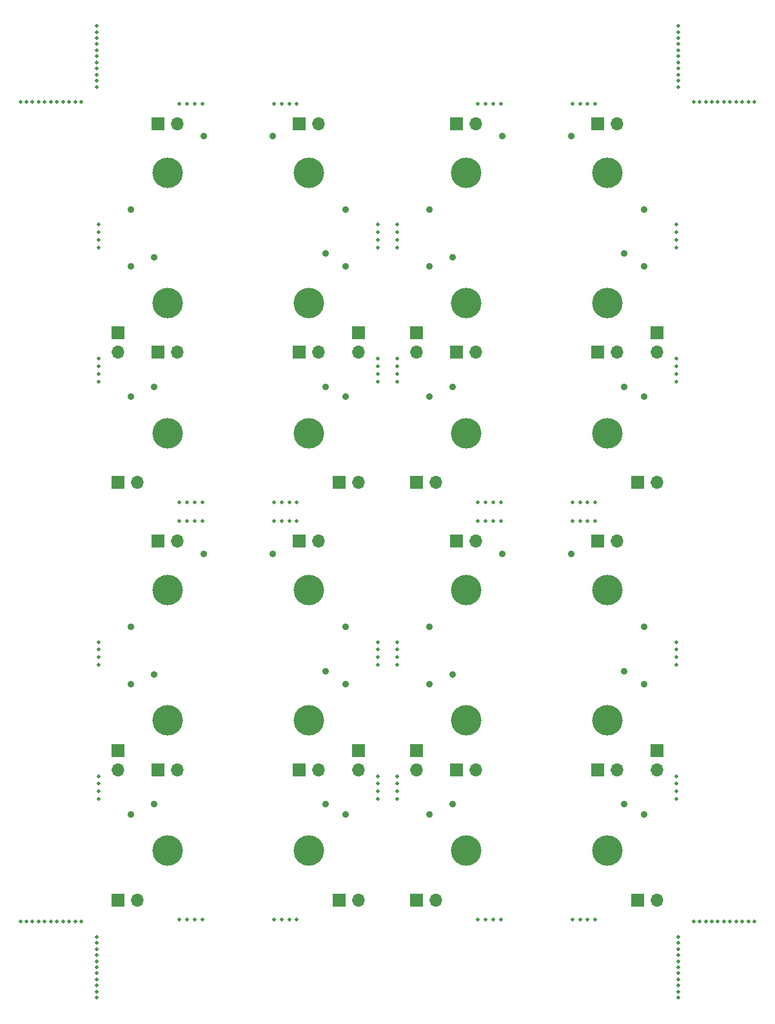
<source format=gbr>
%TF.GenerationSoftware,KiCad,Pcbnew,9.0.1*%
%TF.CreationDate,2025-06-04T09:15:00-05:00*%
%TF.ProjectId,Top_layer_Panel,546f705f-6c61-4796-9572-5f50616e656c,rev?*%
%TF.SameCoordinates,PX5fa74e0PY8cc3280*%
%TF.FileFunction,Soldermask,Top*%
%TF.FilePolarity,Negative*%
%FSLAX46Y46*%
G04 Gerber Fmt 4.6, Leading zero omitted, Abs format (unit mm)*
G04 Created by KiCad (PCBNEW 9.0.1) date 2025-06-04 09:15:00*
%MOMM*%
%LPD*%
G01*
G04 APERTURE LIST*
%ADD10C,0.500000*%
%ADD11C,4.000000*%
%ADD12C,0.900000*%
%ADD13R,1.700000X1.700000*%
%ADD14O,1.700000X1.700000*%
G04 APERTURE END LIST*
D10*
%TO.C,KiKit_MB_38_10*%
X7200000Y10000000D03*
%TD*%
%TO.C,KiKit_MB_3_3*%
X46950000Y99500000D03*
%TD*%
%TO.C,KiKit_MB_34_7*%
X86400000Y122800000D03*
%TD*%
%TO.C,KiKit_MB_1_4*%
X10250000Y101500000D03*
%TD*%
%TO.C,KiKit_MB_16_4*%
X72500000Y65050000D03*
%TD*%
%TO.C,KiKit_MB_6_1*%
X33300000Y117350000D03*
%TD*%
%TO.C,KiKit_MB_40_7*%
X93200000Y10000000D03*
%TD*%
%TO.C,KiKit_MB_25_1*%
X49450000Y43700000D03*
%TD*%
%TO.C,KiKit_MB_30_4*%
X75500000Y62550000D03*
%TD*%
%TO.C,KiKit_MB_7_4*%
X20900000Y65050000D03*
%TD*%
%TO.C,KiKit_MB_33_1*%
X10000000Y127600000D03*
%TD*%
%TO.C,KiKit_MB_11_3*%
X86150000Y99500000D03*
%TD*%
%TO.C,KiKit_MB_36_10*%
X86400000Y800000D03*
%TD*%
%TO.C,KiKit_MB_40_11*%
X96400000Y10000000D03*
%TD*%
%TO.C,KiKit_MB_5_3*%
X22900000Y117350000D03*
%TD*%
%TO.C,KiKit_MB_37_6*%
X4000000Y117600000D03*
%TD*%
%TO.C,KiKit_MB_4_1*%
X46950000Y83900000D03*
%TD*%
%TO.C,KiKit_MB_12_1*%
X86150000Y83900000D03*
%TD*%
%TO.C,KiKit_MB_37_3*%
X1600000Y117600000D03*
%TD*%
%TO.C,KiKit_MB_35_5*%
X10000000Y4800000D03*
%TD*%
%TO.C,KiKit_MB_35_8*%
X10000000Y2400000D03*
%TD*%
%TO.C,KiKit_MB_6_4*%
X36300000Y117350000D03*
%TD*%
%TO.C,KiKit_MB_29_2*%
X61100000Y62550000D03*
%TD*%
%TO.C,KiKit_MB_14_3*%
X74500000Y117350000D03*
%TD*%
%TO.C,KiKit_MB_12_2*%
X86150000Y82900000D03*
%TD*%
%TO.C,KiKit_MB_28_4*%
X86150000Y26100000D03*
%TD*%
%TO.C,KiKit_MB_2_4*%
X10250000Y83900000D03*
%TD*%
%TO.C,KiKit_MB_40_4*%
X90800000Y10000000D03*
%TD*%
%TO.C,KiKit_MB_29_1*%
X60100000Y62550000D03*
%TD*%
%TO.C,KiKit_MB_20_4*%
X46950000Y26100000D03*
%TD*%
%TO.C,KiKit_MB_33_9*%
X10000000Y121200000D03*
%TD*%
%TO.C,KiKit_MB_33_7*%
X10000000Y122800000D03*
%TD*%
%TO.C,KiKit_MB_22_3*%
X35300000Y62550000D03*
%TD*%
%TO.C,KiKit_MB_36_4*%
X86400000Y5600000D03*
%TD*%
%TO.C,KiKit_MB_40_10*%
X95600000Y10000000D03*
%TD*%
%TO.C,KiKit_MB_23_2*%
X22900000Y10250000D03*
%TD*%
%TO.C,KiKit_MB_17_3*%
X10250000Y45700000D03*
%TD*%
%TO.C,KiKit_MB_38_1*%
X0Y10000000D03*
%TD*%
%TO.C,KiKit_MB_3_2*%
X46950000Y100500000D03*
%TD*%
%TO.C,KiKit_MB_38_9*%
X6400000Y10000000D03*
%TD*%
%TO.C,KiKit_MB_37_7*%
X4800000Y117600000D03*
%TD*%
%TO.C,KiKit_MB_28_3*%
X86150000Y27100000D03*
%TD*%
%TO.C,KiKit_MB_7_2*%
X22900000Y65050000D03*
%TD*%
%TO.C,KiKit_MB_12_4*%
X86150000Y80900000D03*
%TD*%
%TO.C,KiKit_MB_36_8*%
X86400000Y2400000D03*
%TD*%
%TO.C,KiKit_MB_6_2*%
X34300000Y117350000D03*
%TD*%
%TO.C,KiKit_MB_39_11*%
X96400000Y117600000D03*
%TD*%
%TO.C,KiKit_MB_2_2*%
X10250000Y81900000D03*
%TD*%
%TO.C,KiKit_MB_38_8*%
X5600000Y10000000D03*
%TD*%
%TO.C,KiKit_MB_40_1*%
X88400000Y10000000D03*
%TD*%
%TO.C,KiKit_MB_39_3*%
X90000000Y117600000D03*
%TD*%
%TO.C,KiKit_MB_38_11*%
X8000000Y10000000D03*
%TD*%
%TO.C,KiKit_MB_16_3*%
X73500000Y65050000D03*
%TD*%
%TO.C,KiKit_MB_34_5*%
X86400000Y124400000D03*
%TD*%
%TO.C,KiKit_MB_35_1*%
X10000000Y8000000D03*
%TD*%
%TO.C,KiKit_MB_7_1*%
X23900000Y65050000D03*
%TD*%
%TO.C,KiKit_MB_22_2*%
X34300000Y62550000D03*
%TD*%
%TO.C,KiKit_MB_24_3*%
X34300000Y10250000D03*
%TD*%
%TO.C,KiKit_MB_20_2*%
X46950000Y28100000D03*
%TD*%
%TO.C,KiKit_MB_33_3*%
X10000000Y126000000D03*
%TD*%
%TO.C,KiKit_MB_34_4*%
X86400000Y125200000D03*
%TD*%
%TO.C,KiKit_MB_10_1*%
X49450000Y80900000D03*
%TD*%
%TO.C,KiKit_MB_19_3*%
X46950000Y44700000D03*
%TD*%
%TO.C,KiKit_MB_33_11*%
X10000000Y119600000D03*
%TD*%
%TO.C,KiKit_MB_36_3*%
X86400000Y6400000D03*
%TD*%
%TO.C,KiKit_MB_38_5*%
X3200000Y10000000D03*
%TD*%
%TO.C,KiKit_MB_18_2*%
X10250000Y27100000D03*
%TD*%
%TO.C,KiKit_MB_23_4*%
X20900000Y10250000D03*
%TD*%
%TO.C,KiKit_MB_10_2*%
X49450000Y81900000D03*
%TD*%
%TO.C,KiKit_MB_30_1*%
X72500000Y62550000D03*
%TD*%
%TO.C,KiKit_MB_19_4*%
X46950000Y43700000D03*
%TD*%
%TO.C,KiKit_MB_30_3*%
X74500000Y62550000D03*
%TD*%
%TO.C,KiKit_MB_24_1*%
X36300000Y10250000D03*
%TD*%
%TO.C,KiKit_MB_34_6*%
X86400000Y123600000D03*
%TD*%
%TO.C,KiKit_MB_21_1*%
X20900000Y62550000D03*
%TD*%
D11*
%TO.C,U1*%
X19300000Y53500000D03*
X19300000Y36400000D03*
X19300000Y19300000D03*
X37900000Y53500000D03*
X37900000Y36400000D03*
X37900000Y19300000D03*
D12*
X14500000Y48700000D03*
X24100000Y58300000D03*
X14500000Y41200000D03*
X17600000Y42400000D03*
X14500000Y24100000D03*
X17600000Y25400000D03*
X33100000Y58300000D03*
X42700000Y48700000D03*
X40100000Y42900000D03*
X42700000Y41200000D03*
X40100000Y25400000D03*
X42700000Y24100000D03*
%TD*%
D10*
%TO.C,KiKit_MB_2_3*%
X10250000Y82900000D03*
%TD*%
%TO.C,KiKit_MB_25_2*%
X49450000Y44700000D03*
%TD*%
%TO.C,KiKit_MB_27_2*%
X86150000Y45700000D03*
%TD*%
%TO.C,KiKit_MB_39_2*%
X89200000Y117600000D03*
%TD*%
%TO.C,KiKit_MB_9_1*%
X49450000Y98500000D03*
%TD*%
%TO.C,KiKit_MB_29_3*%
X62100000Y62550000D03*
%TD*%
%TO.C,KiKit_MB_27_4*%
X86150000Y43700000D03*
%TD*%
%TO.C,KiKit_MB_38_4*%
X2400000Y10000000D03*
%TD*%
%TO.C,KiKit_MB_35_11*%
X10000000Y0D03*
%TD*%
%TO.C,KiKit_MB_13_4*%
X63100000Y117350000D03*
%TD*%
%TO.C,KiKit_MB_20_3*%
X46950000Y27100000D03*
%TD*%
%TO.C,KiKit_MB_15_3*%
X61100000Y65050000D03*
%TD*%
%TO.C,KiKit_MB_12_3*%
X86150000Y81900000D03*
%TD*%
%TO.C,KiKit_MB_39_9*%
X94800000Y117600000D03*
%TD*%
%TO.C,KiKit_MB_11_4*%
X86150000Y98500000D03*
%TD*%
%TO.C,KiKit_MB_37_1*%
X0Y117600000D03*
%TD*%
%TO.C,KiKit_MB_39_7*%
X93200000Y117600000D03*
%TD*%
%TO.C,KiKit_MB_2_1*%
X10250000Y80900000D03*
%TD*%
%TO.C,KiKit_MB_21_3*%
X22900000Y62550000D03*
%TD*%
%TO.C,KiKit_MB_9_4*%
X49450000Y101500000D03*
%TD*%
%TO.C,KiKit_MB_34_11*%
X86400000Y119600000D03*
%TD*%
%TO.C,KiKit_MB_13_2*%
X61100000Y117350000D03*
%TD*%
%TO.C,KiKit_MB_19_1*%
X46950000Y46700000D03*
%TD*%
%TO.C,KiKit_MB_17_2*%
X10250000Y44700000D03*
%TD*%
%TO.C,KiKit_MB_15_1*%
X63100000Y65050000D03*
%TD*%
%TO.C,KiKit_MB_9_3*%
X49450000Y100500000D03*
%TD*%
%TO.C,KiKit_MB_22_4*%
X36300000Y62550000D03*
%TD*%
%TO.C,KiKit_MB_23_1*%
X23900000Y10250000D03*
%TD*%
%TO.C,KiKit_MB_37_5*%
X3200000Y117600000D03*
%TD*%
%TO.C,KiKit_MB_26_4*%
X49450000Y29100000D03*
%TD*%
%TO.C,KiKit_MB_5_2*%
X21900000Y117350000D03*
%TD*%
%TO.C,KiKit_MB_24_2*%
X35300000Y10250000D03*
%TD*%
%TO.C,KiKit_MB_1_2*%
X10250000Y99500000D03*
%TD*%
%TO.C,KiKit_MB_28_1*%
X86150000Y29100000D03*
%TD*%
%TO.C,KiKit_MB_20_1*%
X46950000Y29100000D03*
%TD*%
%TO.C,KiKit_MB_27_3*%
X86150000Y44700000D03*
%TD*%
%TO.C,KiKit_MB_4_2*%
X46950000Y82900000D03*
%TD*%
%TO.C,KiKit_MB_26_2*%
X49450000Y27100000D03*
%TD*%
D11*
%TO.C,U1*%
X58500000Y53500000D03*
X58500000Y36400000D03*
X58500000Y19300000D03*
X77100000Y53500000D03*
X77100000Y36400000D03*
X77100000Y19300000D03*
D12*
X53700000Y48700000D03*
X63300000Y58300000D03*
X53700000Y41200000D03*
X56800000Y42400000D03*
X53700000Y24100000D03*
X56800000Y25400000D03*
X72300000Y58300000D03*
X81900000Y48700000D03*
X79300000Y42900000D03*
X81900000Y41200000D03*
X79300000Y25400000D03*
X81900000Y24100000D03*
%TD*%
D10*
%TO.C,KiKit_MB_33_2*%
X10000000Y126800000D03*
%TD*%
%TO.C,KiKit_MB_39_4*%
X90800000Y117600000D03*
%TD*%
%TO.C,KiKit_MB_40_6*%
X92400000Y10000000D03*
%TD*%
%TO.C,KiKit_MB_39_5*%
X91600000Y117600000D03*
%TD*%
%TO.C,KiKit_MB_36_1*%
X86400000Y8000000D03*
%TD*%
D11*
%TO.C,U1*%
X19300000Y108300000D03*
X19300000Y91200000D03*
X19300000Y74100000D03*
X37900000Y108300000D03*
X37900000Y91200000D03*
X37900000Y74100000D03*
D12*
X14500000Y103500000D03*
X24100000Y113100000D03*
X14500000Y96000000D03*
X17600000Y97200000D03*
X14500000Y78900000D03*
X17600000Y80200000D03*
X33100000Y113100000D03*
X42700000Y103500000D03*
X40100000Y97700000D03*
X42700000Y96000000D03*
X40100000Y80200000D03*
X42700000Y78900000D03*
%TD*%
D10*
%TO.C,KiKit_MB_29_4*%
X63100000Y62550000D03*
%TD*%
%TO.C,KiKit_MB_34_1*%
X86400000Y127600000D03*
%TD*%
%TO.C,KiKit_MB_31_2*%
X62100000Y10250000D03*
%TD*%
%TO.C,KiKit_MB_21_2*%
X21900000Y62550000D03*
%TD*%
%TO.C,KiKit_MB_1_1*%
X10250000Y98500000D03*
%TD*%
D11*
%TO.C,U1*%
X58500000Y108300000D03*
X58500000Y91200000D03*
X58500000Y74100000D03*
X77100000Y108300000D03*
X77100000Y91200000D03*
X77100000Y74100000D03*
D12*
X53700000Y103500000D03*
X63300000Y113100000D03*
X53700000Y96000000D03*
X56800000Y97200000D03*
X53700000Y78900000D03*
X56800000Y80200000D03*
X72300000Y113100000D03*
X81900000Y103500000D03*
X79300000Y97700000D03*
X81900000Y96000000D03*
X79300000Y80200000D03*
X81900000Y78900000D03*
%TD*%
D10*
%TO.C,KiKit_MB_22_1*%
X33300000Y62550000D03*
%TD*%
%TO.C,KiKit_MB_10_4*%
X49450000Y83900000D03*
%TD*%
%TO.C,KiKit_MB_9_2*%
X49450000Y99500000D03*
%TD*%
%TO.C,KiKit_MB_24_4*%
X33300000Y10250000D03*
%TD*%
%TO.C,KiKit_MB_18_3*%
X10250000Y28100000D03*
%TD*%
%TO.C,KiKit_MB_35_10*%
X10000000Y800000D03*
%TD*%
%TO.C,KiKit_MB_36_6*%
X86400000Y4000000D03*
%TD*%
%TO.C,KiKit_MB_33_8*%
X10000000Y122000000D03*
%TD*%
%TO.C,KiKit_MB_37_8*%
X5600000Y117600000D03*
%TD*%
%TO.C,KiKit_MB_32_3*%
X73500000Y10250000D03*
%TD*%
%TO.C,KiKit_MB_35_3*%
X10000000Y6400000D03*
%TD*%
%TO.C,KiKit_MB_40_3*%
X90000000Y10000000D03*
%TD*%
%TO.C,KiKit_MB_4_4*%
X46950000Y80900000D03*
%TD*%
%TO.C,KiKit_MB_39_8*%
X94000000Y117600000D03*
%TD*%
%TO.C,KiKit_MB_35_9*%
X10000000Y1600000D03*
%TD*%
%TO.C,KiKit_MB_18_4*%
X10250000Y29100000D03*
%TD*%
%TO.C,KiKit_MB_36_7*%
X86400000Y3200000D03*
%TD*%
%TO.C,KiKit_MB_18_1*%
X10250000Y26100000D03*
%TD*%
%TO.C,KiKit_MB_37_4*%
X2400000Y117600000D03*
%TD*%
%TO.C,KiKit_MB_13_3*%
X62100000Y117350000D03*
%TD*%
%TO.C,KiKit_MB_6_3*%
X35300000Y117350000D03*
%TD*%
%TO.C,KiKit_MB_3_4*%
X46950000Y98500000D03*
%TD*%
%TO.C,KiKit_MB_8_2*%
X35300000Y65050000D03*
%TD*%
%TO.C,KiKit_MB_31_4*%
X60100000Y10250000D03*
%TD*%
%TO.C,KiKit_MB_5_1*%
X20900000Y117350000D03*
%TD*%
%TO.C,KiKit_MB_40_8*%
X94000000Y10000000D03*
%TD*%
%TO.C,KiKit_MB_32_2*%
X74500000Y10250000D03*
%TD*%
%TO.C,KiKit_MB_36_9*%
X86400000Y1600000D03*
%TD*%
%TO.C,KiKit_MB_39_10*%
X95600000Y117600000D03*
%TD*%
%TO.C,KiKit_MB_25_3*%
X49450000Y45700000D03*
%TD*%
%TO.C,KiKit_MB_8_4*%
X33300000Y65050000D03*
%TD*%
%TO.C,KiKit_MB_36_11*%
X86400000Y0D03*
%TD*%
%TO.C,KiKit_MB_10_3*%
X49450000Y82900000D03*
%TD*%
%TO.C,KiKit_MB_11_1*%
X86150000Y101500000D03*
%TD*%
%TO.C,KiKit_MB_35_6*%
X10000000Y4000000D03*
%TD*%
%TO.C,KiKit_MB_35_7*%
X10000000Y3200000D03*
%TD*%
%TO.C,KiKit_MB_34_9*%
X86400000Y121200000D03*
%TD*%
%TO.C,KiKit_MB_33_10*%
X10000000Y120400000D03*
%TD*%
%TO.C,KiKit_MB_40_5*%
X91600000Y10000000D03*
%TD*%
%TO.C,KiKit_MB_15_4*%
X60100000Y65050000D03*
%TD*%
%TO.C,KiKit_MB_34_8*%
X86400000Y122000000D03*
%TD*%
%TO.C,KiKit_MB_31_1*%
X63100000Y10250000D03*
%TD*%
%TO.C,KiKit_MB_35_2*%
X10000000Y7200000D03*
%TD*%
%TO.C,KiKit_MB_13_1*%
X60100000Y117350000D03*
%TD*%
%TO.C,KiKit_MB_26_3*%
X49450000Y28100000D03*
%TD*%
%TO.C,KiKit_MB_30_2*%
X73500000Y62550000D03*
%TD*%
%TO.C,KiKit_MB_16_2*%
X74500000Y65050000D03*
%TD*%
%TO.C,KiKit_MB_14_2*%
X73500000Y117350000D03*
%TD*%
%TO.C,KiKit_MB_31_3*%
X61100000Y10250000D03*
%TD*%
%TO.C,KiKit_MB_40_2*%
X89200000Y10000000D03*
%TD*%
%TO.C,KiKit_MB_14_4*%
X75500000Y117350000D03*
%TD*%
%TO.C,KiKit_MB_34_3*%
X86400000Y126000000D03*
%TD*%
%TO.C,KiKit_MB_27_1*%
X86150000Y46700000D03*
%TD*%
%TO.C,KiKit_MB_33_6*%
X10000000Y123600000D03*
%TD*%
%TO.C,KiKit_MB_37_2*%
X800000Y117600000D03*
%TD*%
%TO.C,KiKit_MB_33_4*%
X10000000Y125200000D03*
%TD*%
%TO.C,KiKit_MB_38_7*%
X4800000Y10000000D03*
%TD*%
%TO.C,KiKit_MB_36_2*%
X86400000Y7200000D03*
%TD*%
%TO.C,KiKit_MB_25_4*%
X49450000Y46700000D03*
%TD*%
%TO.C,KiKit_MB_26_1*%
X49450000Y26100000D03*
%TD*%
%TO.C,KiKit_MB_5_4*%
X23900000Y117350000D03*
%TD*%
%TO.C,KiKit_MB_21_4*%
X23900000Y62550000D03*
%TD*%
%TO.C,KiKit_MB_8_3*%
X34300000Y65050000D03*
%TD*%
%TO.C,KiKit_MB_17_1*%
X10250000Y43700000D03*
%TD*%
%TO.C,KiKit_MB_36_5*%
X86400000Y4800000D03*
%TD*%
%TO.C,KiKit_MB_38_6*%
X4000000Y10000000D03*
%TD*%
%TO.C,KiKit_MB_38_3*%
X1600000Y10000000D03*
%TD*%
%TO.C,KiKit_MB_38_2*%
X800000Y10000000D03*
%TD*%
%TO.C,KiKit_MB_33_5*%
X10000000Y124400000D03*
%TD*%
%TO.C,KiKit_MB_3_1*%
X46950000Y101500000D03*
%TD*%
%TO.C,KiKit_MB_11_2*%
X86150000Y100500000D03*
%TD*%
%TO.C,KiKit_MB_40_9*%
X94800000Y10000000D03*
%TD*%
%TO.C,KiKit_MB_34_10*%
X86400000Y120400000D03*
%TD*%
%TO.C,KiKit_MB_23_3*%
X21900000Y10250000D03*
%TD*%
%TO.C,KiKit_MB_8_1*%
X36300000Y65050000D03*
%TD*%
%TO.C,KiKit_MB_17_4*%
X10250000Y46700000D03*
%TD*%
%TO.C,KiKit_MB_32_1*%
X75500000Y10250000D03*
%TD*%
%TO.C,KiKit_MB_19_2*%
X46950000Y45700000D03*
%TD*%
%TO.C,KiKit_MB_37_10*%
X7200000Y117600000D03*
%TD*%
%TO.C,KiKit_MB_16_1*%
X75500000Y65050000D03*
%TD*%
%TO.C,KiKit_MB_37_11*%
X8000000Y117600000D03*
%TD*%
%TO.C,KiKit_MB_34_2*%
X86400000Y126800000D03*
%TD*%
%TO.C,KiKit_MB_7_3*%
X21900000Y65050000D03*
%TD*%
%TO.C,KiKit_MB_32_4*%
X72500000Y10250000D03*
%TD*%
%TO.C,KiKit_MB_15_2*%
X62100000Y65050000D03*
%TD*%
%TO.C,KiKit_MB_39_6*%
X92400000Y117600000D03*
%TD*%
%TO.C,KiKit_MB_14_1*%
X72500000Y117350000D03*
%TD*%
%TO.C,KiKit_MB_39_1*%
X88400000Y117600000D03*
%TD*%
%TO.C,KiKit_MB_28_2*%
X86150000Y28100000D03*
%TD*%
%TO.C,KiKit_MB_35_4*%
X10000000Y5600000D03*
%TD*%
%TO.C,KiKit_MB_1_3*%
X10250000Y100500000D03*
%TD*%
%TO.C,KiKit_MB_37_9*%
X6400000Y117600000D03*
%TD*%
%TO.C,KiKit_MB_4_3*%
X46950000Y81900000D03*
%TD*%
D13*
%TO.C,J8*%
X83570000Y32470000D03*
D14*
X83570000Y29930000D03*
%TD*%
D13*
%TO.C,J8*%
X83570000Y87270000D03*
D14*
X83570000Y84730000D03*
%TD*%
D13*
%TO.C,J3*%
X81035000Y12830000D03*
D14*
X83575000Y12830000D03*
%TD*%
D13*
%TO.C,J7*%
X52020000Y87270000D03*
D14*
X52020000Y84730000D03*
%TD*%
D13*
%TO.C,J3*%
X41835000Y12830000D03*
D14*
X44375000Y12830000D03*
%TD*%
D13*
%TO.C,J2*%
X57230000Y114770000D03*
D14*
X59770000Y114770000D03*
%TD*%
D13*
%TO.C,J6*%
X36630000Y84730000D03*
D14*
X39170000Y84730000D03*
%TD*%
D13*
%TO.C,J1*%
X52025000Y12830000D03*
D14*
X54565000Y12830000D03*
%TD*%
D13*
%TO.C,J4*%
X75830000Y59970000D03*
D14*
X78370000Y59970000D03*
%TD*%
D13*
%TO.C,J6*%
X75830000Y84730000D03*
D14*
X78370000Y84730000D03*
%TD*%
D13*
%TO.C,J7*%
X52020000Y32470000D03*
D14*
X52020000Y29930000D03*
%TD*%
D13*
%TO.C,J8*%
X44370000Y32470000D03*
D14*
X44370000Y29930000D03*
%TD*%
D13*
%TO.C,J1*%
X12825000Y12830000D03*
D14*
X15365000Y12830000D03*
%TD*%
D13*
%TO.C,J1*%
X52025000Y67630000D03*
D14*
X54565000Y67630000D03*
%TD*%
D13*
%TO.C,J4*%
X75830000Y114770000D03*
D14*
X78370000Y114770000D03*
%TD*%
D13*
%TO.C,J2*%
X18030000Y59970000D03*
D14*
X20570000Y59970000D03*
%TD*%
D13*
%TO.C,J5*%
X57230000Y29930000D03*
D14*
X59770000Y29930000D03*
%TD*%
D13*
%TO.C,J1*%
X12825000Y67630000D03*
D14*
X15365000Y67630000D03*
%TD*%
D13*
%TO.C,J2*%
X57230000Y59970000D03*
D14*
X59770000Y59970000D03*
%TD*%
D13*
%TO.C,J8*%
X44370000Y87270000D03*
D14*
X44370000Y84730000D03*
%TD*%
D13*
%TO.C,J3*%
X81035000Y67630000D03*
D14*
X83575000Y67630000D03*
%TD*%
D13*
%TO.C,J4*%
X36630000Y59970000D03*
D14*
X39170000Y59970000D03*
%TD*%
D13*
%TO.C,J6*%
X36630000Y29930000D03*
D14*
X39170000Y29930000D03*
%TD*%
D13*
%TO.C,J5*%
X18030000Y29930000D03*
D14*
X20570000Y29930000D03*
%TD*%
D13*
%TO.C,J4*%
X36630000Y114770000D03*
D14*
X39170000Y114770000D03*
%TD*%
D13*
%TO.C,J5*%
X18030000Y84730000D03*
D14*
X20570000Y84730000D03*
%TD*%
D13*
%TO.C,J7*%
X12820000Y87270000D03*
D14*
X12820000Y84730000D03*
%TD*%
D13*
%TO.C,J6*%
X75830000Y29930000D03*
D14*
X78370000Y29930000D03*
%TD*%
D13*
%TO.C,J7*%
X12820000Y32470000D03*
D14*
X12820000Y29930000D03*
%TD*%
D13*
%TO.C,J5*%
X57230000Y84730000D03*
D14*
X59770000Y84730000D03*
%TD*%
D13*
%TO.C,J3*%
X41835000Y67630000D03*
D14*
X44375000Y67630000D03*
%TD*%
D13*
%TO.C,J2*%
X18030000Y114770000D03*
D14*
X20570000Y114770000D03*
%TD*%
M02*

</source>
